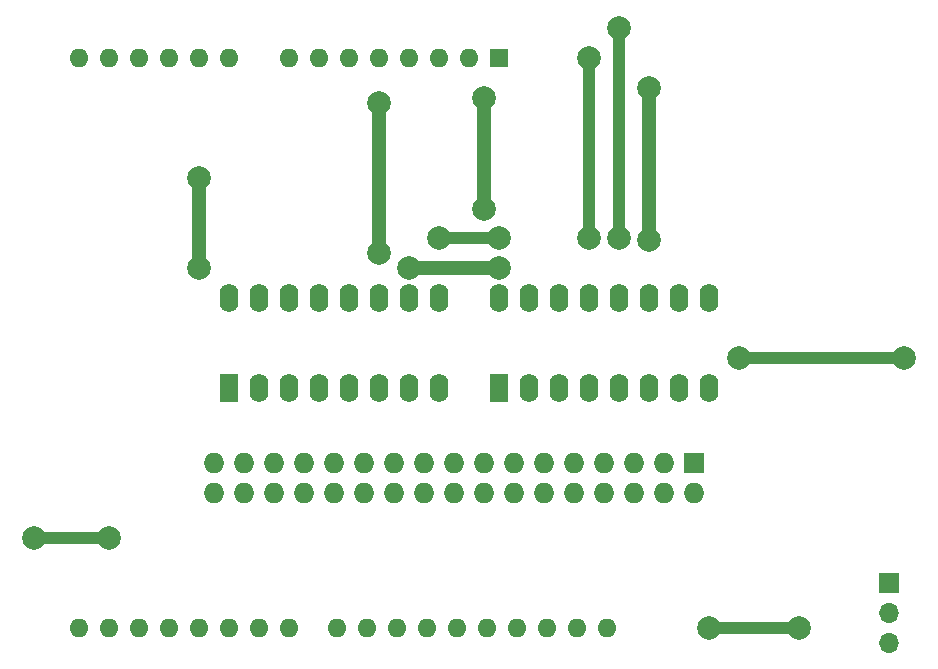
<source format=gtl>
G04 #@! TF.GenerationSoftware,KiCad,Pcbnew,(5.1.2)-1*
G04 #@! TF.CreationDate,2019-06-24T21:27:01+09:30*
G04 #@! TF.ProjectId,EEPROM_Programmer,45455052-4f4d-45f5-9072-6f6772616d6d,rev?*
G04 #@! TF.SameCoordinates,Original*
G04 #@! TF.FileFunction,Copper,L1,Top*
G04 #@! TF.FilePolarity,Positive*
%FSLAX45Y45*%
G04 Gerber Fmt 4.5, Leading zero omitted, Abs format (unit mm)*
G04 Created by KiCad (PCBNEW (5.1.2)-1) date 2019-06-24 21:27:01*
%MOMM*%
%LPD*%
G04 APERTURE LIST*
%ADD10O,1.600000X2.400000*%
%ADD11R,1.600000X2.400000*%
%ADD12O,1.700000X1.700000*%
%ADD13R,1.700000X1.700000*%
%ADD14R,1.727200X1.727200*%
%ADD15O,1.727200X1.727200*%
%ADD16O,1.600000X1.600000*%
%ADD17R,1.600000X1.600000*%
%ADD18C,2.000000*%
%ADD19C,1.200000*%
%ADD20C,1.000000*%
G04 APERTURE END LIST*
D10*
X17272000Y-6731000D03*
X19050000Y-7493000D03*
X17526000Y-6731000D03*
X18796000Y-7493000D03*
X17780000Y-6731000D03*
X18542000Y-7493000D03*
X18034000Y-6731000D03*
X18288000Y-7493000D03*
X18288000Y-6731000D03*
X18034000Y-7493000D03*
X18542000Y-6731000D03*
X17780000Y-7493000D03*
X18796000Y-6731000D03*
X17526000Y-7493000D03*
X19050000Y-6731000D03*
D11*
X17272000Y-7493000D03*
D12*
X20574000Y-9652000D03*
X20574000Y-9398000D03*
D13*
X20574000Y-9144000D03*
D14*
X18923000Y-8128000D03*
D15*
X18923000Y-8382000D03*
X18669000Y-8128000D03*
X18669000Y-8382000D03*
X18415000Y-8128000D03*
X18415000Y-8382000D03*
X18161000Y-8128000D03*
X18161000Y-8382000D03*
X17907000Y-8128000D03*
X17907000Y-8382000D03*
X17653000Y-8128000D03*
X17653000Y-8382000D03*
X17399000Y-8128000D03*
X17399000Y-8382000D03*
X17145000Y-8128000D03*
X17145000Y-8382000D03*
X16891000Y-8128000D03*
X16891000Y-8382000D03*
X16637000Y-8128000D03*
X16637000Y-8382000D03*
X16383000Y-8128000D03*
X16383000Y-8382000D03*
X16129000Y-8128000D03*
X16129000Y-8382000D03*
X15875000Y-8128000D03*
X15875000Y-8382000D03*
X15621000Y-8128000D03*
X15621000Y-8382000D03*
X15367000Y-8128000D03*
X15367000Y-8382000D03*
X15113000Y-8128000D03*
X15113000Y-8382000D03*
X14859000Y-8128000D03*
X14859000Y-8382000D03*
D16*
X13970000Y-9525000D03*
X13716000Y-9525000D03*
X17678000Y-9525000D03*
X13716000Y-4699000D03*
X17424000Y-9525000D03*
X13970000Y-4699000D03*
X17170000Y-9525000D03*
X14224000Y-4699000D03*
X16916000Y-9525000D03*
X14478000Y-4699000D03*
X16662000Y-9525000D03*
X14732000Y-4699000D03*
X16408000Y-9525000D03*
X14986000Y-4699000D03*
X16154000Y-9525000D03*
X15494000Y-4699000D03*
X15900000Y-9525000D03*
X15748000Y-4699000D03*
X15494000Y-9525000D03*
X16002000Y-4699000D03*
X15240000Y-9525000D03*
X16256000Y-4699000D03*
X14986000Y-9525000D03*
X16510000Y-4699000D03*
X14732000Y-9525000D03*
X16764000Y-4699000D03*
X14478000Y-9525000D03*
X17018000Y-4699000D03*
X14224000Y-9525000D03*
D17*
X17272000Y-4699000D03*
D16*
X17932000Y-9525000D03*
X18186000Y-9525000D03*
D10*
X14986000Y-6731000D03*
X16764000Y-7493000D03*
X15240000Y-6731000D03*
X16510000Y-7493000D03*
X15494000Y-6731000D03*
X16256000Y-7493000D03*
X15748000Y-6731000D03*
X16002000Y-7493000D03*
X16002000Y-6731000D03*
X15748000Y-7493000D03*
X16256000Y-6731000D03*
X15494000Y-7493000D03*
X16510000Y-6731000D03*
X15240000Y-7493000D03*
X16764000Y-6731000D03*
D11*
X14986000Y-7493000D03*
D18*
X17144999Y-5979010D03*
X17145000Y-5039002D03*
X14732000Y-6477000D03*
X14732000Y-5715000D03*
X16256000Y-6350000D03*
X16256000Y-5080000D03*
X18542000Y-4953000D03*
X18542000Y-6237000D03*
X17272000Y-6477000D03*
X16510000Y-6477000D03*
X18034000Y-6223000D03*
X18034000Y-4699000D03*
X13335000Y-8763000D03*
X13970000Y-8763000D03*
X18288000Y-6223000D03*
X18288000Y-4445000D03*
X17272000Y-6222999D03*
X16764000Y-6223000D03*
X19812000Y-9525000D03*
X19050000Y-9525000D03*
X19304000Y-7239000D03*
X20701000Y-7239000D03*
D19*
X17144999Y-5979010D02*
X17144999Y-5039002D01*
X17144999Y-5039002D02*
X17145000Y-5039002D01*
X14732000Y-6477000D02*
X14732000Y-5715000D01*
X16256000Y-6350000D02*
X16256000Y-5080000D01*
X18542000Y-4953000D02*
X18542000Y-6237000D01*
X16510000Y-6477000D02*
X17272000Y-6477000D01*
D20*
X18034000Y-4699000D02*
X18034000Y-6223000D01*
X13970000Y-8763000D02*
X13335000Y-8763000D01*
X18288000Y-4445000D02*
X18288000Y-6223000D01*
X16764001Y-6222999D02*
X16764000Y-6223000D01*
X17272000Y-6222999D02*
X16764001Y-6222999D01*
X19050000Y-9525000D02*
X19812000Y-9525000D01*
X20701000Y-7239000D02*
X19304000Y-7239000D01*
M02*

</source>
